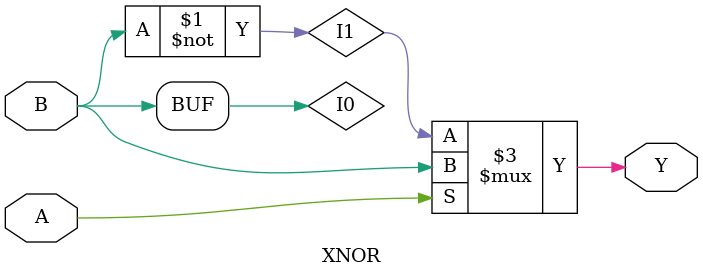
<source format=sv>
module XNOR(input A, B,
           output Y);
  
  wire I0, I1, sel;
  
  assign I0 = B;
  assign I1 = ~B;
  assign sel = ~A;
  
  assign Y = sel ? I1 : I0;
  
endmodule

</source>
